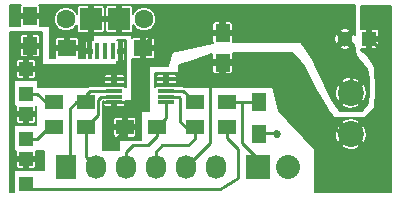
<source format=gtl>
G04 #@! TF.FileFunction,Copper,L1,Top,Signal*
%FSLAX46Y46*%
G04 Gerber Fmt 4.6, Leading zero omitted, Abs format (unit mm)*
G04 Created by KiCad (PCBNEW (2015-01-16 BZR 5376)-product) date 4/3/2015 6:07:08 PM*
%MOMM*%
G01*
G04 APERTURE LIST*
%ADD10C,0.100000*%
%ADD11R,1.300000X1.300000*%
%ADD12C,1.300000*%
%ADD13R,1.250000X1.500000*%
%ADD14R,1.198880X1.198880*%
%ADD15R,1.727200X2.032000*%
%ADD16O,1.727200X2.032000*%
%ADD17R,1.500000X1.300000*%
%ADD18R,1.300000X1.500000*%
%ADD19R,0.400000X1.350000*%
%ADD20C,1.600000*%
%ADD21R,1.600000X1.400000*%
%ADD22R,1.900000X1.900000*%
%ADD23R,2.032000X2.032000*%
%ADD24O,2.032000X2.032000*%
%ADD25C,2.200000*%
%ADD26R,1.400000X0.300000*%
%ADD27C,0.685800*%
%ADD28C,0.254000*%
%ADD29C,0.152400*%
G04 APERTURE END LIST*
D10*
D11*
X200609200Y-96139000D03*
D12*
X198609200Y-96139000D03*
D13*
X171932600Y-96703200D03*
X171932600Y-94203200D03*
X188239400Y-98125600D03*
X188239400Y-95625600D03*
D14*
X171602400Y-106291380D03*
X171602400Y-108389420D03*
X171602400Y-102481380D03*
X171602400Y-104579420D03*
X171602400Y-98671380D03*
X171602400Y-100769420D03*
D15*
X174955200Y-107000000D03*
D16*
X177495200Y-107000000D03*
X180035200Y-107000000D03*
X182575200Y-107000000D03*
X185115200Y-107000000D03*
X187655200Y-107000000D03*
D17*
X188573400Y-103606600D03*
X185873400Y-103606600D03*
X173935400Y-103606600D03*
X176635400Y-103606600D03*
X176635400Y-101498400D03*
X173935400Y-101498400D03*
X182655200Y-103606600D03*
X179955200Y-103606600D03*
X188573400Y-101498400D03*
X185873400Y-101498400D03*
D18*
X191287400Y-101469200D03*
X191287400Y-104169200D03*
D19*
X178282600Y-97137600D03*
X177632600Y-97137600D03*
X176982600Y-97137600D03*
X178932600Y-97129600D03*
X179582600Y-97137600D03*
D20*
X174982600Y-94462600D03*
X181582600Y-94462600D03*
D21*
X181482600Y-96912600D03*
X175082600Y-96912600D03*
D22*
X179482600Y-94462600D03*
X177082600Y-94462600D03*
D23*
X191211200Y-107010200D03*
D24*
X193751200Y-107010200D03*
D25*
X199085200Y-104190800D03*
X199085200Y-100690800D03*
D26*
X179079800Y-99507800D03*
X179079800Y-100007800D03*
X179079800Y-100507800D03*
X179079800Y-101007800D03*
X179079800Y-101507800D03*
X183479800Y-101507800D03*
X183479800Y-101007800D03*
X183479800Y-100507800D03*
X183479800Y-100007800D03*
X183479800Y-99507800D03*
D27*
X182600600Y-95529400D03*
X173482000Y-94208600D03*
X178790600Y-105003600D03*
X178714400Y-102336600D03*
X180441600Y-102209600D03*
X181356000Y-101168200D03*
X181356000Y-99695000D03*
X181356000Y-98298000D03*
X184861200Y-94970600D03*
X191693800Y-95529400D03*
X193675000Y-94157800D03*
X191643000Y-94183200D03*
X186690000Y-94030800D03*
X195580000Y-94132400D03*
X195554600Y-95529400D03*
X193675000Y-95529400D03*
X192811400Y-104216200D03*
X198526400Y-98171000D03*
X198069200Y-94234000D03*
X193090800Y-98602800D03*
X191439800Y-98323400D03*
X186537600Y-98602800D03*
X185191400Y-99517200D03*
X194183000Y-99974400D03*
X201777600Y-97129600D03*
X201930000Y-98958400D03*
X201879200Y-101092000D03*
X201803000Y-103047800D03*
X201752200Y-105156000D03*
X195427600Y-101142800D03*
X195656200Y-102819200D03*
X196723000Y-104190800D03*
X170713400Y-96723200D03*
X179628800Y-98602800D03*
X177673000Y-99288600D03*
X175615600Y-99288600D03*
X173532800Y-99288600D03*
X172796200Y-106273600D03*
D28*
X188239400Y-95625600D02*
X190175200Y-95625600D01*
X190182500Y-95618300D02*
X190195200Y-95605600D01*
X190175200Y-95625600D02*
X190182500Y-95618300D01*
X171932600Y-94203200D02*
X173476600Y-94203200D01*
X182600600Y-95529400D02*
X181482600Y-96647400D01*
X173476600Y-94203200D02*
X173482000Y-94208600D01*
X181482600Y-96647400D02*
X181482600Y-96912600D01*
X179955200Y-103606600D02*
X179955200Y-103839000D01*
X179955200Y-103839000D02*
X178790600Y-105003600D01*
X178714400Y-102336600D02*
X178841400Y-102209600D01*
X178841400Y-102209600D02*
X180441600Y-102209600D01*
X181356000Y-101168200D02*
X181356000Y-99695000D01*
X181356000Y-98298000D02*
X181482600Y-98171400D01*
X181482600Y-98171400D02*
X181482600Y-96912600D01*
X181482600Y-96912600D02*
X182893800Y-96912600D01*
X183438800Y-96367600D02*
X182893800Y-96912600D01*
X183464200Y-96367600D02*
X184861200Y-94970600D01*
X183438800Y-96367600D02*
X183464200Y-96367600D01*
X191604900Y-95618300D02*
X190182500Y-95618300D01*
X191604900Y-95618300D02*
X191693800Y-95529400D01*
X193675000Y-94157800D02*
X193700400Y-94132400D01*
X193700400Y-94132400D02*
X195580000Y-94132400D01*
X191643000Y-94183200D02*
X191490600Y-94030800D01*
X191490600Y-94030800D02*
X186690000Y-94030800D01*
X193675000Y-95529400D02*
X195554600Y-95529400D01*
X192688200Y-104093000D02*
X192811400Y-104216200D01*
X191617600Y-104067600D02*
X192688200Y-104093000D01*
X199085200Y-98729800D02*
X198526400Y-98171000D01*
X199085200Y-100690800D02*
X199085200Y-98729800D01*
X198069200Y-94234000D02*
X197967600Y-94132400D01*
X197967600Y-94132400D02*
X195580000Y-94132400D01*
X188239400Y-98125600D02*
X191242000Y-98125600D01*
X191242000Y-98125600D02*
X191439800Y-98323400D01*
X193141600Y-98653600D02*
X193090800Y-98602800D01*
X194208400Y-99949000D02*
X194183000Y-99974400D01*
X193090800Y-98602800D02*
X194208400Y-99949000D01*
X183479800Y-99507800D02*
X185182000Y-99507800D01*
X187014800Y-98125600D02*
X188239400Y-98125600D01*
X186537600Y-98602800D02*
X187014800Y-98125600D01*
X185182000Y-99507800D02*
X185191400Y-99517200D01*
X185115200Y-107000000D02*
X185176200Y-107000000D01*
X185176200Y-107000000D02*
X187198000Y-104978200D01*
X187198000Y-104978200D02*
X187198000Y-99745800D01*
X201777600Y-97129600D02*
X201015600Y-96367600D01*
X201930000Y-98958400D02*
X201879200Y-99009200D01*
X201879200Y-99009200D02*
X201879200Y-101092000D01*
X201803000Y-103047800D02*
X201752200Y-103098600D01*
X201752200Y-103098600D02*
X201752200Y-105156000D01*
X196723000Y-104190800D02*
X197866000Y-103733600D01*
X195427600Y-101142800D02*
X195529200Y-101244400D01*
X195529200Y-101244400D02*
X195656200Y-102819200D01*
X199161400Y-105029000D02*
X197866000Y-103733600D01*
X188573400Y-104474000D02*
X188573400Y-103606600D01*
X189560200Y-105460800D02*
X188573400Y-104474000D01*
X189560200Y-107899200D02*
X189560200Y-105460800D01*
X187985400Y-108813600D02*
X189560200Y-107899200D01*
X171983400Y-108813600D02*
X187985400Y-108813600D01*
X173935400Y-103606600D02*
X173935400Y-103915200D01*
X172534580Y-104579420D02*
X171602400Y-104579420D01*
X173507400Y-103606600D02*
X172534580Y-104579420D01*
X173935400Y-103606600D02*
X173507400Y-103606600D01*
X172549820Y-100769420D02*
X171602400Y-100769420D01*
X173278800Y-101498400D02*
X172549820Y-100769420D01*
X173935400Y-101498400D02*
X173278800Y-101498400D01*
X179079800Y-100507800D02*
X176987200Y-100507800D01*
X176987200Y-100507800D02*
X176635400Y-100859600D01*
X176635400Y-100859600D02*
X176635400Y-101498400D01*
X176635400Y-101498400D02*
X175869600Y-101498400D01*
X175336200Y-102031800D02*
X175336200Y-106619000D01*
X175869600Y-101498400D02*
X175336200Y-102031800D01*
X175336200Y-106619000D02*
X174955200Y-107000000D01*
X179079800Y-101007800D02*
X177960400Y-101007800D01*
X177698400Y-102543600D02*
X176635400Y-103606600D01*
X177698400Y-101269800D02*
X177698400Y-102543600D01*
X177960400Y-101007800D02*
X177698400Y-101269800D01*
X176635400Y-103606600D02*
X176635400Y-106140200D01*
X176635400Y-106140200D02*
X177495200Y-107000000D01*
X185873400Y-103606600D02*
X185873400Y-104575600D01*
X182575200Y-105664000D02*
X182575200Y-107000000D01*
X183108600Y-105130600D02*
X182575200Y-105664000D01*
X185318400Y-105130600D02*
X183108600Y-105130600D01*
X185873400Y-104575600D02*
X185318400Y-105130600D01*
X183479800Y-101007800D02*
X184573800Y-101007800D01*
X185115200Y-103606600D02*
X185873400Y-103606600D01*
X184658000Y-103149400D02*
X185115200Y-103606600D01*
X184658000Y-101092000D02*
X184658000Y-103149400D01*
X184573800Y-101007800D02*
X184658000Y-101092000D01*
X182655200Y-106920000D02*
X182575200Y-107000000D01*
X182655200Y-103606600D02*
X182655200Y-104364800D01*
X180035200Y-105714800D02*
X180035200Y-107000000D01*
X180619400Y-105130600D02*
X180035200Y-105714800D01*
X181889400Y-105130600D02*
X180619400Y-105130600D01*
X182655200Y-104364800D02*
X181889400Y-105130600D01*
X183479800Y-101507800D02*
X183479800Y-102782000D01*
X183479800Y-102782000D02*
X182655200Y-103606600D01*
X182575200Y-103635800D02*
X182655200Y-103555800D01*
X191486800Y-101498400D02*
X191617600Y-101367600D01*
X189890400Y-101498400D02*
X191486800Y-101498400D01*
X188573400Y-101498400D02*
X189890400Y-101498400D01*
X189890400Y-104978200D02*
X189890400Y-101498400D01*
X191211200Y-106299000D02*
X189890400Y-104978200D01*
X191211200Y-107010200D02*
X191211200Y-106299000D01*
X170733400Y-96703200D02*
X171932600Y-96703200D01*
X170713400Y-96723200D02*
X170733400Y-96703200D01*
X179582600Y-98556600D02*
X179628800Y-98602800D01*
X177673000Y-99288600D02*
X175615600Y-99288600D01*
X173532800Y-99288600D02*
X172915580Y-98671380D01*
X172915580Y-98671380D02*
X171602400Y-98671380D01*
X179582600Y-97137600D02*
X179582600Y-98556600D01*
X172778420Y-106291380D02*
X172796200Y-106273600D01*
X171602400Y-106291380D02*
X172778420Y-106291380D01*
X183479800Y-100507800D02*
X184882800Y-100507800D01*
X184882800Y-100507800D02*
X185873400Y-101498400D01*
D29*
G36*
X180035200Y-100177600D02*
X180011200Y-100177600D01*
X180011200Y-97858072D01*
X180011200Y-97767129D01*
X180011200Y-97372550D01*
X180011200Y-96902650D01*
X180011200Y-96508071D01*
X180011200Y-96417128D01*
X179976397Y-96333108D01*
X179912091Y-96268802D01*
X179828071Y-96234000D01*
X179739750Y-96234000D01*
X179682600Y-96291150D01*
X179682600Y-96959800D01*
X179954050Y-96959800D01*
X180011200Y-96902650D01*
X180011200Y-97372550D01*
X179954050Y-97315400D01*
X179682600Y-97315400D01*
X179682600Y-97984050D01*
X179739750Y-98041200D01*
X179828071Y-98041200D01*
X179912091Y-98006398D01*
X179976397Y-97942092D01*
X180011200Y-97858072D01*
X180011200Y-100177600D01*
X180008400Y-100177600D01*
X180008400Y-100139950D01*
X180008400Y-99875650D01*
X180008400Y-99812328D01*
X179985813Y-99757800D01*
X180008400Y-99703272D01*
X180008400Y-99639950D01*
X180008400Y-99375650D01*
X180008400Y-99312328D01*
X179973597Y-99228308D01*
X179909291Y-99164002D01*
X179825271Y-99129200D01*
X179314750Y-99129200D01*
X179257600Y-99186350D01*
X179257600Y-99432800D01*
X179951250Y-99432800D01*
X180008400Y-99375650D01*
X180008400Y-99639950D01*
X179951250Y-99582800D01*
X179257600Y-99582800D01*
X179257600Y-99686350D01*
X179257600Y-99829250D01*
X179257600Y-99932800D01*
X179951250Y-99932800D01*
X180008400Y-99875650D01*
X180008400Y-100139950D01*
X179951250Y-100082800D01*
X179257600Y-100082800D01*
X179257600Y-100124721D01*
X178902000Y-100124721D01*
X178902000Y-100082800D01*
X178902000Y-99932800D01*
X178902000Y-99829250D01*
X178902000Y-99686350D01*
X178902000Y-99582800D01*
X178902000Y-99432800D01*
X178902000Y-99186350D01*
X178844850Y-99129200D01*
X178334329Y-99129200D01*
X178250309Y-99164002D01*
X178186003Y-99228308D01*
X178151200Y-99312328D01*
X178151200Y-99375650D01*
X178208350Y-99432800D01*
X178902000Y-99432800D01*
X178902000Y-99582800D01*
X178208350Y-99582800D01*
X178151200Y-99639950D01*
X178151200Y-99703272D01*
X178173786Y-99757800D01*
X178151200Y-99812328D01*
X178151200Y-99875650D01*
X178208350Y-99932800D01*
X178902000Y-99932800D01*
X178902000Y-100082800D01*
X178208350Y-100082800D01*
X178151200Y-100139950D01*
X178151200Y-100152200D01*
X176987200Y-100152200D01*
X176859503Y-100177600D01*
X175564800Y-100177600D01*
X172786200Y-100177600D01*
X172786200Y-97498671D01*
X172786200Y-96938150D01*
X172786200Y-96468250D01*
X172786200Y-95907729D01*
X172751398Y-95823709D01*
X172687092Y-95759403D01*
X172603072Y-95724600D01*
X172512129Y-95724600D01*
X172167550Y-95724600D01*
X172110400Y-95781750D01*
X172110400Y-96525400D01*
X172729050Y-96525400D01*
X172786200Y-96468250D01*
X172786200Y-96938150D01*
X172729050Y-96881000D01*
X172110400Y-96881000D01*
X172110400Y-97624650D01*
X172167550Y-97681800D01*
X172512129Y-97681800D01*
X172603072Y-97681800D01*
X172687092Y-97646997D01*
X172751398Y-97582691D01*
X172786200Y-97498671D01*
X172786200Y-100177600D01*
X172618400Y-100177600D01*
X172618400Y-99618800D01*
X172430440Y-99618800D01*
X172430440Y-99316291D01*
X172430440Y-98906330D01*
X172430440Y-98436430D01*
X172430440Y-98026469D01*
X172395638Y-97942449D01*
X172331332Y-97878143D01*
X172247312Y-97843340D01*
X172156369Y-97843340D01*
X171837350Y-97843340D01*
X171780200Y-97900490D01*
X171780200Y-98493580D01*
X172373290Y-98493580D01*
X172430440Y-98436430D01*
X172430440Y-98906330D01*
X172373290Y-98849180D01*
X171780200Y-98849180D01*
X171780200Y-99442270D01*
X171837350Y-99499420D01*
X172156369Y-99499420D01*
X172247312Y-99499420D01*
X172331332Y-99464617D01*
X172395638Y-99400311D01*
X172430440Y-99316291D01*
X172430440Y-99618800D01*
X171754800Y-99618800D01*
X171754800Y-97624650D01*
X171754800Y-96881000D01*
X171754800Y-96525400D01*
X171754800Y-95781750D01*
X171697650Y-95724600D01*
X171353071Y-95724600D01*
X171262128Y-95724600D01*
X171178108Y-95759403D01*
X171113802Y-95823709D01*
X171079000Y-95907729D01*
X171079000Y-96468250D01*
X171136150Y-96525400D01*
X171754800Y-96525400D01*
X171754800Y-96881000D01*
X171136150Y-96881000D01*
X171079000Y-96938150D01*
X171079000Y-97498671D01*
X171113802Y-97582691D01*
X171178108Y-97646997D01*
X171262128Y-97681800D01*
X171353071Y-97681800D01*
X171697650Y-97681800D01*
X171754800Y-97624650D01*
X171754800Y-99618800D01*
X171424600Y-99618800D01*
X171424600Y-99442270D01*
X171424600Y-98849180D01*
X171424600Y-98493580D01*
X171424600Y-97900490D01*
X171367450Y-97843340D01*
X171048431Y-97843340D01*
X170957488Y-97843340D01*
X170873468Y-97878143D01*
X170809162Y-97942449D01*
X170774360Y-98026469D01*
X170774360Y-98436430D01*
X170831510Y-98493580D01*
X171424600Y-98493580D01*
X171424600Y-98849180D01*
X170831510Y-98849180D01*
X170774360Y-98906330D01*
X170774360Y-99316291D01*
X170809162Y-99400311D01*
X170873468Y-99464617D01*
X170957488Y-99499420D01*
X171048431Y-99499420D01*
X171367450Y-99499420D01*
X171424600Y-99442270D01*
X171424600Y-99618800D01*
X170561000Y-99618800D01*
X170561000Y-100406200D01*
X170561000Y-101803200D01*
X170788140Y-101803200D01*
X170774360Y-101836469D01*
X170774360Y-102246430D01*
X170831510Y-102303580D01*
X171424600Y-102303580D01*
X171424600Y-102283580D01*
X171780200Y-102283580D01*
X171780200Y-102303580D01*
X172373290Y-102303580D01*
X172430440Y-102246430D01*
X172430440Y-101836469D01*
X172416659Y-101803200D01*
X172466000Y-101803200D01*
X172466000Y-103378000D01*
X172430440Y-103378000D01*
X172430440Y-103126291D01*
X172430440Y-102716330D01*
X172373290Y-102659180D01*
X171780200Y-102659180D01*
X171780200Y-103252270D01*
X171837350Y-103309420D01*
X172156369Y-103309420D01*
X172247312Y-103309420D01*
X172331332Y-103274617D01*
X172395638Y-103210311D01*
X172430440Y-103126291D01*
X172430440Y-103378000D01*
X171424600Y-103378000D01*
X171424600Y-103252270D01*
X171424600Y-102659180D01*
X170831510Y-102659180D01*
X170774360Y-102716330D01*
X170774360Y-103126291D01*
X170809162Y-103210311D01*
X170873468Y-103274617D01*
X170957488Y-103309420D01*
X171048431Y-103309420D01*
X171367450Y-103309420D01*
X171424600Y-103252270D01*
X171424600Y-103378000D01*
X170561000Y-103378000D01*
X170561000Y-105613200D01*
X170788140Y-105613200D01*
X170774360Y-105646469D01*
X170774360Y-106056430D01*
X170831510Y-106113580D01*
X171424600Y-106113580D01*
X171424600Y-106093580D01*
X171780200Y-106093580D01*
X171780200Y-106113580D01*
X172373290Y-106113580D01*
X172430440Y-106056430D01*
X172430440Y-105646469D01*
X172416659Y-105613200D01*
X173101000Y-105613200D01*
X173101000Y-107213400D01*
X172430440Y-107213400D01*
X172430440Y-106936291D01*
X172430440Y-106526330D01*
X172373290Y-106469180D01*
X171780200Y-106469180D01*
X171780200Y-107062270D01*
X171837350Y-107119420D01*
X172156369Y-107119420D01*
X172247312Y-107119420D01*
X172331332Y-107084617D01*
X172395638Y-107020311D01*
X172430440Y-106936291D01*
X172430440Y-107213400D01*
X171424600Y-107213400D01*
X171424600Y-107062270D01*
X171424600Y-106469180D01*
X170831510Y-106469180D01*
X170774360Y-106526330D01*
X170774360Y-106936291D01*
X170809162Y-107020311D01*
X170873468Y-107084617D01*
X170957488Y-107119420D01*
X171048431Y-107119420D01*
X171367450Y-107119420D01*
X171424600Y-107062270D01*
X171424600Y-107213400D01*
X170586400Y-107213400D01*
X170586400Y-109118400D01*
X170281600Y-109118400D01*
X170281600Y-105283000D01*
X170281600Y-95504000D01*
X171348400Y-95504000D01*
X172974000Y-95504000D01*
X172974000Y-98349598D01*
X175488997Y-98323400D01*
X179324000Y-98323400D01*
X179324000Y-98035761D01*
X179337129Y-98041200D01*
X179425450Y-98041200D01*
X179482600Y-97984050D01*
X179482600Y-97315400D01*
X179384800Y-97315400D01*
X179384800Y-96959800D01*
X179482600Y-96959800D01*
X179482600Y-96291150D01*
X179425450Y-96234000D01*
X179337129Y-96234000D01*
X179324000Y-96239438D01*
X179324000Y-96189800D01*
X180035200Y-96189800D01*
X180035200Y-100177600D01*
X180035200Y-100177600D01*
G37*
X180035200Y-100177600D02*
X180011200Y-100177600D01*
X180011200Y-97858072D01*
X180011200Y-97767129D01*
X180011200Y-97372550D01*
X180011200Y-96902650D01*
X180011200Y-96508071D01*
X180011200Y-96417128D01*
X179976397Y-96333108D01*
X179912091Y-96268802D01*
X179828071Y-96234000D01*
X179739750Y-96234000D01*
X179682600Y-96291150D01*
X179682600Y-96959800D01*
X179954050Y-96959800D01*
X180011200Y-96902650D01*
X180011200Y-97372550D01*
X179954050Y-97315400D01*
X179682600Y-97315400D01*
X179682600Y-97984050D01*
X179739750Y-98041200D01*
X179828071Y-98041200D01*
X179912091Y-98006398D01*
X179976397Y-97942092D01*
X180011200Y-97858072D01*
X180011200Y-100177600D01*
X180008400Y-100177600D01*
X180008400Y-100139950D01*
X180008400Y-99875650D01*
X180008400Y-99812328D01*
X179985813Y-99757800D01*
X180008400Y-99703272D01*
X180008400Y-99639950D01*
X180008400Y-99375650D01*
X180008400Y-99312328D01*
X179973597Y-99228308D01*
X179909291Y-99164002D01*
X179825271Y-99129200D01*
X179314750Y-99129200D01*
X179257600Y-99186350D01*
X179257600Y-99432800D01*
X179951250Y-99432800D01*
X180008400Y-99375650D01*
X180008400Y-99639950D01*
X179951250Y-99582800D01*
X179257600Y-99582800D01*
X179257600Y-99686350D01*
X179257600Y-99829250D01*
X179257600Y-99932800D01*
X179951250Y-99932800D01*
X180008400Y-99875650D01*
X180008400Y-100139950D01*
X179951250Y-100082800D01*
X179257600Y-100082800D01*
X179257600Y-100124721D01*
X178902000Y-100124721D01*
X178902000Y-100082800D01*
X178902000Y-99932800D01*
X178902000Y-99829250D01*
X178902000Y-99686350D01*
X178902000Y-99582800D01*
X178902000Y-99432800D01*
X178902000Y-99186350D01*
X178844850Y-99129200D01*
X178334329Y-99129200D01*
X178250309Y-99164002D01*
X178186003Y-99228308D01*
X178151200Y-99312328D01*
X178151200Y-99375650D01*
X178208350Y-99432800D01*
X178902000Y-99432800D01*
X178902000Y-99582800D01*
X178208350Y-99582800D01*
X178151200Y-99639950D01*
X178151200Y-99703272D01*
X178173786Y-99757800D01*
X178151200Y-99812328D01*
X178151200Y-99875650D01*
X178208350Y-99932800D01*
X178902000Y-99932800D01*
X178902000Y-100082800D01*
X178208350Y-100082800D01*
X178151200Y-100139950D01*
X178151200Y-100152200D01*
X176987200Y-100152200D01*
X176859503Y-100177600D01*
X175564800Y-100177600D01*
X172786200Y-100177600D01*
X172786200Y-97498671D01*
X172786200Y-96938150D01*
X172786200Y-96468250D01*
X172786200Y-95907729D01*
X172751398Y-95823709D01*
X172687092Y-95759403D01*
X172603072Y-95724600D01*
X172512129Y-95724600D01*
X172167550Y-95724600D01*
X172110400Y-95781750D01*
X172110400Y-96525400D01*
X172729050Y-96525400D01*
X172786200Y-96468250D01*
X172786200Y-96938150D01*
X172729050Y-96881000D01*
X172110400Y-96881000D01*
X172110400Y-97624650D01*
X172167550Y-97681800D01*
X172512129Y-97681800D01*
X172603072Y-97681800D01*
X172687092Y-97646997D01*
X172751398Y-97582691D01*
X172786200Y-97498671D01*
X172786200Y-100177600D01*
X172618400Y-100177600D01*
X172618400Y-99618800D01*
X172430440Y-99618800D01*
X172430440Y-99316291D01*
X172430440Y-98906330D01*
X172430440Y-98436430D01*
X172430440Y-98026469D01*
X172395638Y-97942449D01*
X172331332Y-97878143D01*
X172247312Y-97843340D01*
X172156369Y-97843340D01*
X171837350Y-97843340D01*
X171780200Y-97900490D01*
X171780200Y-98493580D01*
X172373290Y-98493580D01*
X172430440Y-98436430D01*
X172430440Y-98906330D01*
X172373290Y-98849180D01*
X171780200Y-98849180D01*
X171780200Y-99442270D01*
X171837350Y-99499420D01*
X172156369Y-99499420D01*
X172247312Y-99499420D01*
X172331332Y-99464617D01*
X172395638Y-99400311D01*
X172430440Y-99316291D01*
X172430440Y-99618800D01*
X171754800Y-99618800D01*
X171754800Y-97624650D01*
X171754800Y-96881000D01*
X171754800Y-96525400D01*
X171754800Y-95781750D01*
X171697650Y-95724600D01*
X171353071Y-95724600D01*
X171262128Y-95724600D01*
X171178108Y-95759403D01*
X171113802Y-95823709D01*
X171079000Y-95907729D01*
X171079000Y-96468250D01*
X171136150Y-96525400D01*
X171754800Y-96525400D01*
X171754800Y-96881000D01*
X171136150Y-96881000D01*
X171079000Y-96938150D01*
X171079000Y-97498671D01*
X171113802Y-97582691D01*
X171178108Y-97646997D01*
X171262128Y-97681800D01*
X171353071Y-97681800D01*
X171697650Y-97681800D01*
X171754800Y-97624650D01*
X171754800Y-99618800D01*
X171424600Y-99618800D01*
X171424600Y-99442270D01*
X171424600Y-98849180D01*
X171424600Y-98493580D01*
X171424600Y-97900490D01*
X171367450Y-97843340D01*
X171048431Y-97843340D01*
X170957488Y-97843340D01*
X170873468Y-97878143D01*
X170809162Y-97942449D01*
X170774360Y-98026469D01*
X170774360Y-98436430D01*
X170831510Y-98493580D01*
X171424600Y-98493580D01*
X171424600Y-98849180D01*
X170831510Y-98849180D01*
X170774360Y-98906330D01*
X170774360Y-99316291D01*
X170809162Y-99400311D01*
X170873468Y-99464617D01*
X170957488Y-99499420D01*
X171048431Y-99499420D01*
X171367450Y-99499420D01*
X171424600Y-99442270D01*
X171424600Y-99618800D01*
X170561000Y-99618800D01*
X170561000Y-100406200D01*
X170561000Y-101803200D01*
X170788140Y-101803200D01*
X170774360Y-101836469D01*
X170774360Y-102246430D01*
X170831510Y-102303580D01*
X171424600Y-102303580D01*
X171424600Y-102283580D01*
X171780200Y-102283580D01*
X171780200Y-102303580D01*
X172373290Y-102303580D01*
X172430440Y-102246430D01*
X172430440Y-101836469D01*
X172416659Y-101803200D01*
X172466000Y-101803200D01*
X172466000Y-103378000D01*
X172430440Y-103378000D01*
X172430440Y-103126291D01*
X172430440Y-102716330D01*
X172373290Y-102659180D01*
X171780200Y-102659180D01*
X171780200Y-103252270D01*
X171837350Y-103309420D01*
X172156369Y-103309420D01*
X172247312Y-103309420D01*
X172331332Y-103274617D01*
X172395638Y-103210311D01*
X172430440Y-103126291D01*
X172430440Y-103378000D01*
X171424600Y-103378000D01*
X171424600Y-103252270D01*
X171424600Y-102659180D01*
X170831510Y-102659180D01*
X170774360Y-102716330D01*
X170774360Y-103126291D01*
X170809162Y-103210311D01*
X170873468Y-103274617D01*
X170957488Y-103309420D01*
X171048431Y-103309420D01*
X171367450Y-103309420D01*
X171424600Y-103252270D01*
X171424600Y-103378000D01*
X170561000Y-103378000D01*
X170561000Y-105613200D01*
X170788140Y-105613200D01*
X170774360Y-105646469D01*
X170774360Y-106056430D01*
X170831510Y-106113580D01*
X171424600Y-106113580D01*
X171424600Y-106093580D01*
X171780200Y-106093580D01*
X171780200Y-106113580D01*
X172373290Y-106113580D01*
X172430440Y-106056430D01*
X172430440Y-105646469D01*
X172416659Y-105613200D01*
X173101000Y-105613200D01*
X173101000Y-107213400D01*
X172430440Y-107213400D01*
X172430440Y-106936291D01*
X172430440Y-106526330D01*
X172373290Y-106469180D01*
X171780200Y-106469180D01*
X171780200Y-107062270D01*
X171837350Y-107119420D01*
X172156369Y-107119420D01*
X172247312Y-107119420D01*
X172331332Y-107084617D01*
X172395638Y-107020311D01*
X172430440Y-106936291D01*
X172430440Y-107213400D01*
X171424600Y-107213400D01*
X171424600Y-107062270D01*
X171424600Y-106469180D01*
X170831510Y-106469180D01*
X170774360Y-106526330D01*
X170774360Y-106936291D01*
X170809162Y-107020311D01*
X170873468Y-107084617D01*
X170957488Y-107119420D01*
X171048431Y-107119420D01*
X171367450Y-107119420D01*
X171424600Y-107062270D01*
X171424600Y-107213400D01*
X170586400Y-107213400D01*
X170586400Y-109118400D01*
X170281600Y-109118400D01*
X170281600Y-105283000D01*
X170281600Y-95504000D01*
X171348400Y-95504000D01*
X172974000Y-95504000D01*
X172974000Y-98349598D01*
X175488997Y-98323400D01*
X179324000Y-98323400D01*
X179324000Y-98035761D01*
X179337129Y-98041200D01*
X179425450Y-98041200D01*
X179482600Y-97984050D01*
X179482600Y-97315400D01*
X179384800Y-97315400D01*
X179384800Y-96959800D01*
X179482600Y-96959800D01*
X179482600Y-96291150D01*
X179425450Y-96234000D01*
X179337129Y-96234000D01*
X179324000Y-96239438D01*
X179324000Y-96189800D01*
X180035200Y-96189800D01*
X180035200Y-100177600D01*
G36*
X202539600Y-109067600D02*
X201487800Y-109067600D01*
X201487800Y-96834471D01*
X201487800Y-96373950D01*
X201487800Y-95904050D01*
X201487800Y-95443529D01*
X201452998Y-95359509D01*
X201388692Y-95295203D01*
X201304672Y-95260400D01*
X201213729Y-95260400D01*
X200844150Y-95260400D01*
X200787000Y-95317550D01*
X200787000Y-95961200D01*
X201430650Y-95961200D01*
X201487800Y-95904050D01*
X201487800Y-96373950D01*
X201430650Y-96316800D01*
X200787000Y-96316800D01*
X200787000Y-96960450D01*
X200844150Y-97017600D01*
X201213729Y-97017600D01*
X201304672Y-97017600D01*
X201388692Y-96982797D01*
X201452998Y-96918491D01*
X201487800Y-96834471D01*
X201487800Y-109067600D01*
X200432512Y-109067600D01*
X200432512Y-104331409D01*
X200383763Y-103805112D01*
X200276145Y-103545300D01*
X200119725Y-103407722D01*
X199868278Y-103659169D01*
X199868278Y-103156275D01*
X199730700Y-102999855D01*
X199225809Y-102843488D01*
X198699512Y-102892237D01*
X198439700Y-102999855D01*
X198302122Y-103156275D01*
X199085200Y-103939353D01*
X199868278Y-103156275D01*
X199868278Y-103659169D01*
X199336647Y-104190800D01*
X200119725Y-104973878D01*
X200276145Y-104836300D01*
X200432512Y-104331409D01*
X200432512Y-109067600D01*
X199868278Y-109067600D01*
X199868278Y-105225325D01*
X199085200Y-104442247D01*
X198833753Y-104693694D01*
X198833753Y-104190800D01*
X198050675Y-103407722D01*
X197894255Y-103545300D01*
X197737888Y-104050191D01*
X197786637Y-104576488D01*
X197894255Y-104836300D01*
X198050675Y-104973878D01*
X198833753Y-104190800D01*
X198833753Y-104693694D01*
X198302122Y-105225325D01*
X198439700Y-105381745D01*
X198944591Y-105538112D01*
X199470888Y-105489363D01*
X199730700Y-105381745D01*
X199868278Y-105225325D01*
X199868278Y-109067600D01*
X196062074Y-109067600D01*
X196036987Y-105449393D01*
X195655396Y-105053126D01*
X193058310Y-102197734D01*
X192540327Y-100177600D01*
X192430400Y-100177600D01*
X190474600Y-100177600D01*
X190093600Y-100177600D01*
X189093000Y-100177600D01*
X189093000Y-98921071D01*
X189093000Y-98360550D01*
X189035850Y-98303400D01*
X188417200Y-98303400D01*
X188417200Y-99047050D01*
X188474350Y-99104200D01*
X188818929Y-99104200D01*
X188909872Y-99104200D01*
X188993892Y-99069397D01*
X189058198Y-99005091D01*
X189093000Y-98921071D01*
X189093000Y-100177600D01*
X188061600Y-100177600D01*
X188061600Y-99047050D01*
X188061600Y-98303400D01*
X187442950Y-98303400D01*
X187385800Y-98360550D01*
X187385800Y-98921071D01*
X187420602Y-99005091D01*
X187484908Y-99069397D01*
X187568928Y-99104200D01*
X187659871Y-99104200D01*
X188004450Y-99104200D01*
X188061600Y-99047050D01*
X188061600Y-100177600D01*
X185010497Y-100177600D01*
X184882800Y-100152200D01*
X184408400Y-100152200D01*
X184408400Y-100139950D01*
X184408400Y-99875650D01*
X184408400Y-99812328D01*
X184385813Y-99757800D01*
X184408400Y-99703272D01*
X184408400Y-99639950D01*
X184408400Y-99375650D01*
X184408400Y-99312328D01*
X184373597Y-99228308D01*
X184309291Y-99164002D01*
X184225271Y-99129200D01*
X183714750Y-99129200D01*
X183657600Y-99186350D01*
X183657600Y-99432800D01*
X184351250Y-99432800D01*
X184408400Y-99375650D01*
X184408400Y-99639950D01*
X184351250Y-99582800D01*
X183657600Y-99582800D01*
X183657600Y-99686350D01*
X183657600Y-99829250D01*
X183657600Y-99932800D01*
X184351250Y-99932800D01*
X184408400Y-99875650D01*
X184408400Y-100139950D01*
X184351250Y-100082800D01*
X183657600Y-100082800D01*
X183657600Y-100124721D01*
X183302000Y-100124721D01*
X183302000Y-100082800D01*
X183302000Y-99932800D01*
X183302000Y-99829250D01*
X183302000Y-99686350D01*
X183302000Y-99582800D01*
X183302000Y-99432800D01*
X183302000Y-99186350D01*
X183244850Y-99129200D01*
X182734329Y-99129200D01*
X182650309Y-99164002D01*
X182586003Y-99228308D01*
X182551200Y-99312328D01*
X182551200Y-99375650D01*
X182608350Y-99432800D01*
X183302000Y-99432800D01*
X183302000Y-99582800D01*
X182608350Y-99582800D01*
X182551200Y-99639950D01*
X182551200Y-99703272D01*
X182573786Y-99757800D01*
X182551200Y-99812328D01*
X182551200Y-99875650D01*
X182608350Y-99932800D01*
X183302000Y-99932800D01*
X183302000Y-100082800D01*
X182608350Y-100082800D01*
X182551200Y-100139950D01*
X182551200Y-100177600D01*
X182549800Y-100177600D01*
X182549800Y-99009200D01*
X184531000Y-99009200D01*
X184531000Y-98355270D01*
X185442909Y-98091297D01*
X187385800Y-97428428D01*
X187385800Y-97890650D01*
X187442950Y-97947800D01*
X188061600Y-97947800D01*
X188061600Y-97927800D01*
X188417200Y-97927800D01*
X188417200Y-97947800D01*
X189035850Y-97947800D01*
X189093000Y-97890650D01*
X189093000Y-97358200D01*
X194124372Y-97358200D01*
X194597709Y-97867948D01*
X195110596Y-98393344D01*
X195467440Y-99118185D01*
X195467910Y-99119124D01*
X195893896Y-99927691D01*
X196173653Y-100458700D01*
X197111481Y-102016937D01*
X197113284Y-102019943D01*
X197700426Y-102819200D01*
X200259057Y-102819200D01*
X201114518Y-101990472D01*
X201244368Y-100458247D01*
X201141495Y-98477952D01*
X200566055Y-97536322D01*
X199974200Y-97043110D01*
X199974200Y-97017600D01*
X200004671Y-97017600D01*
X200374250Y-97017600D01*
X200431400Y-96960450D01*
X200431400Y-96316800D01*
X200411400Y-96316800D01*
X200411400Y-95961200D01*
X200431400Y-95961200D01*
X200431400Y-95317550D01*
X200374250Y-95260400D01*
X200004671Y-95260400D01*
X199974200Y-95260400D01*
X199974200Y-93370400D01*
X202539600Y-93370400D01*
X202539600Y-109067600D01*
X202539600Y-109067600D01*
G37*
X202539600Y-109067600D02*
X201487800Y-109067600D01*
X201487800Y-96834471D01*
X201487800Y-96373950D01*
X201487800Y-95904050D01*
X201487800Y-95443529D01*
X201452998Y-95359509D01*
X201388692Y-95295203D01*
X201304672Y-95260400D01*
X201213729Y-95260400D01*
X200844150Y-95260400D01*
X200787000Y-95317550D01*
X200787000Y-95961200D01*
X201430650Y-95961200D01*
X201487800Y-95904050D01*
X201487800Y-96373950D01*
X201430650Y-96316800D01*
X200787000Y-96316800D01*
X200787000Y-96960450D01*
X200844150Y-97017600D01*
X201213729Y-97017600D01*
X201304672Y-97017600D01*
X201388692Y-96982797D01*
X201452998Y-96918491D01*
X201487800Y-96834471D01*
X201487800Y-109067600D01*
X200432512Y-109067600D01*
X200432512Y-104331409D01*
X200383763Y-103805112D01*
X200276145Y-103545300D01*
X200119725Y-103407722D01*
X199868278Y-103659169D01*
X199868278Y-103156275D01*
X199730700Y-102999855D01*
X199225809Y-102843488D01*
X198699512Y-102892237D01*
X198439700Y-102999855D01*
X198302122Y-103156275D01*
X199085200Y-103939353D01*
X199868278Y-103156275D01*
X199868278Y-103659169D01*
X199336647Y-104190800D01*
X200119725Y-104973878D01*
X200276145Y-104836300D01*
X200432512Y-104331409D01*
X200432512Y-109067600D01*
X199868278Y-109067600D01*
X199868278Y-105225325D01*
X199085200Y-104442247D01*
X198833753Y-104693694D01*
X198833753Y-104190800D01*
X198050675Y-103407722D01*
X197894255Y-103545300D01*
X197737888Y-104050191D01*
X197786637Y-104576488D01*
X197894255Y-104836300D01*
X198050675Y-104973878D01*
X198833753Y-104190800D01*
X198833753Y-104693694D01*
X198302122Y-105225325D01*
X198439700Y-105381745D01*
X198944591Y-105538112D01*
X199470888Y-105489363D01*
X199730700Y-105381745D01*
X199868278Y-105225325D01*
X199868278Y-109067600D01*
X196062074Y-109067600D01*
X196036987Y-105449393D01*
X195655396Y-105053126D01*
X193058310Y-102197734D01*
X192540327Y-100177600D01*
X192430400Y-100177600D01*
X190474600Y-100177600D01*
X190093600Y-100177600D01*
X189093000Y-100177600D01*
X189093000Y-98921071D01*
X189093000Y-98360550D01*
X189035850Y-98303400D01*
X188417200Y-98303400D01*
X188417200Y-99047050D01*
X188474350Y-99104200D01*
X188818929Y-99104200D01*
X188909872Y-99104200D01*
X188993892Y-99069397D01*
X189058198Y-99005091D01*
X189093000Y-98921071D01*
X189093000Y-100177600D01*
X188061600Y-100177600D01*
X188061600Y-99047050D01*
X188061600Y-98303400D01*
X187442950Y-98303400D01*
X187385800Y-98360550D01*
X187385800Y-98921071D01*
X187420602Y-99005091D01*
X187484908Y-99069397D01*
X187568928Y-99104200D01*
X187659871Y-99104200D01*
X188004450Y-99104200D01*
X188061600Y-99047050D01*
X188061600Y-100177600D01*
X185010497Y-100177600D01*
X184882800Y-100152200D01*
X184408400Y-100152200D01*
X184408400Y-100139950D01*
X184408400Y-99875650D01*
X184408400Y-99812328D01*
X184385813Y-99757800D01*
X184408400Y-99703272D01*
X184408400Y-99639950D01*
X184408400Y-99375650D01*
X184408400Y-99312328D01*
X184373597Y-99228308D01*
X184309291Y-99164002D01*
X184225271Y-99129200D01*
X183714750Y-99129200D01*
X183657600Y-99186350D01*
X183657600Y-99432800D01*
X184351250Y-99432800D01*
X184408400Y-99375650D01*
X184408400Y-99639950D01*
X184351250Y-99582800D01*
X183657600Y-99582800D01*
X183657600Y-99686350D01*
X183657600Y-99829250D01*
X183657600Y-99932800D01*
X184351250Y-99932800D01*
X184408400Y-99875650D01*
X184408400Y-100139950D01*
X184351250Y-100082800D01*
X183657600Y-100082800D01*
X183657600Y-100124721D01*
X183302000Y-100124721D01*
X183302000Y-100082800D01*
X183302000Y-99932800D01*
X183302000Y-99829250D01*
X183302000Y-99686350D01*
X183302000Y-99582800D01*
X183302000Y-99432800D01*
X183302000Y-99186350D01*
X183244850Y-99129200D01*
X182734329Y-99129200D01*
X182650309Y-99164002D01*
X182586003Y-99228308D01*
X182551200Y-99312328D01*
X182551200Y-99375650D01*
X182608350Y-99432800D01*
X183302000Y-99432800D01*
X183302000Y-99582800D01*
X182608350Y-99582800D01*
X182551200Y-99639950D01*
X182551200Y-99703272D01*
X182573786Y-99757800D01*
X182551200Y-99812328D01*
X182551200Y-99875650D01*
X182608350Y-99932800D01*
X183302000Y-99932800D01*
X183302000Y-100082800D01*
X182608350Y-100082800D01*
X182551200Y-100139950D01*
X182551200Y-100177600D01*
X182549800Y-100177600D01*
X182549800Y-99009200D01*
X184531000Y-99009200D01*
X184531000Y-98355270D01*
X185442909Y-98091297D01*
X187385800Y-97428428D01*
X187385800Y-97890650D01*
X187442950Y-97947800D01*
X188061600Y-97947800D01*
X188061600Y-97927800D01*
X188417200Y-97927800D01*
X188417200Y-97947800D01*
X189035850Y-97947800D01*
X189093000Y-97890650D01*
X189093000Y-97358200D01*
X194124372Y-97358200D01*
X194597709Y-97867948D01*
X195110596Y-98393344D01*
X195467440Y-99118185D01*
X195467910Y-99119124D01*
X195893896Y-99927691D01*
X196173653Y-100458700D01*
X197111481Y-102016937D01*
X197113284Y-102019943D01*
X197700426Y-102819200D01*
X200259057Y-102819200D01*
X201114518Y-101990472D01*
X201244368Y-100458247D01*
X201141495Y-98477952D01*
X200566055Y-97536322D01*
X199974200Y-97043110D01*
X199974200Y-97017600D01*
X200004671Y-97017600D01*
X200374250Y-97017600D01*
X200431400Y-96960450D01*
X200431400Y-96316800D01*
X200411400Y-96316800D01*
X200411400Y-95961200D01*
X200431400Y-95961200D01*
X200431400Y-95317550D01*
X200374250Y-95260400D01*
X200004671Y-95260400D01*
X199974200Y-95260400D01*
X199974200Y-93370400D01*
X202539600Y-93370400D01*
X202539600Y-109067600D01*
G36*
X200660000Y-100756385D02*
X200561156Y-101448294D01*
X200432512Y-101679852D01*
X200432512Y-100831409D01*
X200383763Y-100305112D01*
X200276145Y-100045300D01*
X200119725Y-99907722D01*
X199868278Y-100159169D01*
X199868278Y-99656275D01*
X199730700Y-99499855D01*
X199225809Y-99343488D01*
X199063020Y-99358566D01*
X199063020Y-96844268D01*
X198609200Y-96390447D01*
X198357753Y-96641894D01*
X198357753Y-96139000D01*
X197903932Y-95685180D01*
X197794382Y-95766773D01*
X197713962Y-96106924D01*
X197769833Y-96451958D01*
X197794382Y-96511227D01*
X197903932Y-96592820D01*
X198357753Y-96139000D01*
X198357753Y-96641894D01*
X198155380Y-96844268D01*
X198236973Y-96953818D01*
X198577124Y-97034238D01*
X198922158Y-96978367D01*
X198981427Y-96953818D01*
X199063020Y-96844268D01*
X199063020Y-99358566D01*
X198699512Y-99392237D01*
X198439700Y-99499855D01*
X198302122Y-99656275D01*
X199085200Y-100439353D01*
X199868278Y-99656275D01*
X199868278Y-100159169D01*
X199336647Y-100690800D01*
X200119725Y-101473878D01*
X200276145Y-101336300D01*
X200432512Y-100831409D01*
X200432512Y-101679852D01*
X200317098Y-101887597D01*
X200039176Y-102235000D01*
X199868278Y-102235000D01*
X199868278Y-101725325D01*
X199085200Y-100942247D01*
X198833753Y-101193694D01*
X198833753Y-100690800D01*
X198050675Y-99907722D01*
X197894255Y-100045300D01*
X197737888Y-100550191D01*
X197786637Y-101076488D01*
X197894255Y-101336300D01*
X198050675Y-101473878D01*
X198833753Y-100690800D01*
X198833753Y-101193694D01*
X198302122Y-101725325D01*
X198439700Y-101881745D01*
X198944591Y-102038112D01*
X199470888Y-101989363D01*
X199730700Y-101881745D01*
X199868278Y-101725325D01*
X199868278Y-102235000D01*
X198208695Y-102235000D01*
X197525004Y-101331551D01*
X195798354Y-97725900D01*
X194857483Y-96393000D01*
X189534305Y-96393000D01*
X189093000Y-96398731D01*
X189093000Y-95860550D01*
X189093000Y-95390650D01*
X189093000Y-94830129D01*
X189058198Y-94746109D01*
X188993892Y-94681803D01*
X188909872Y-94647000D01*
X188818929Y-94647000D01*
X188474350Y-94647000D01*
X188417200Y-94704150D01*
X188417200Y-95447800D01*
X189035850Y-95447800D01*
X189093000Y-95390650D01*
X189093000Y-95860550D01*
X189035850Y-95803400D01*
X188417200Y-95803400D01*
X188417200Y-95823400D01*
X188061600Y-95823400D01*
X188061600Y-95803400D01*
X188061600Y-95447800D01*
X188061600Y-94704150D01*
X188004450Y-94647000D01*
X187659871Y-94647000D01*
X187568928Y-94647000D01*
X187484908Y-94681803D01*
X187420602Y-94746109D01*
X187385800Y-94830129D01*
X187385800Y-95390650D01*
X187442950Y-95447800D01*
X188061600Y-95447800D01*
X188061600Y-95803400D01*
X187442950Y-95803400D01*
X187385800Y-95860550D01*
X187385800Y-96421071D01*
X187401087Y-96457979D01*
X183934430Y-97269325D01*
X183658073Y-98425000D01*
X182611378Y-98425000D01*
X182611378Y-94258897D01*
X182455113Y-93880706D01*
X182166016Y-93591104D01*
X181788099Y-93434179D01*
X181378897Y-93433822D01*
X181000706Y-93590087D01*
X180711104Y-93879184D01*
X180661200Y-93999366D01*
X180661200Y-93558071D01*
X180661200Y-93467128D01*
X180626397Y-93383108D01*
X180562091Y-93318802D01*
X180478071Y-93284000D01*
X179717550Y-93284000D01*
X179660400Y-93341150D01*
X179660400Y-94284800D01*
X179680400Y-94284800D01*
X179680400Y-94640400D01*
X179660400Y-94640400D01*
X179660400Y-95584050D01*
X179717550Y-95641200D01*
X180478071Y-95641200D01*
X180562091Y-95606398D01*
X180626397Y-95542092D01*
X180661200Y-95458072D01*
X180661200Y-95367129D01*
X180661200Y-94926178D01*
X180710087Y-95044494D01*
X180999184Y-95334096D01*
X181377101Y-95491021D01*
X181786303Y-95491378D01*
X182164494Y-95335113D01*
X182454096Y-95046016D01*
X182611021Y-94668099D01*
X182611378Y-94258897D01*
X182611378Y-98425000D01*
X182511200Y-98425000D01*
X182511200Y-97658072D01*
X182511200Y-97567129D01*
X182511200Y-97147550D01*
X182511200Y-96677650D01*
X182511200Y-96258071D01*
X182511200Y-96167128D01*
X182476397Y-96083108D01*
X182412091Y-96018802D01*
X182328071Y-95984000D01*
X181717550Y-95984000D01*
X181660400Y-96041150D01*
X181660400Y-96734800D01*
X182454050Y-96734800D01*
X182511200Y-96677650D01*
X182511200Y-97147550D01*
X182454050Y-97090400D01*
X181660400Y-97090400D01*
X181660400Y-97784050D01*
X181717550Y-97841200D01*
X182328071Y-97841200D01*
X182412091Y-97806398D01*
X182476397Y-97742092D01*
X182511200Y-97658072D01*
X182511200Y-98425000D01*
X181991000Y-98425000D01*
X181991000Y-102203807D01*
X181330600Y-102210351D01*
X181330600Y-104648000D01*
X181076600Y-104648000D01*
X180933800Y-104648000D01*
X180933800Y-104302072D01*
X180933800Y-104211129D01*
X180933800Y-103841550D01*
X180933800Y-103371650D01*
X180933800Y-103002071D01*
X180933800Y-102911128D01*
X180898997Y-102827108D01*
X180834691Y-102762802D01*
X180750671Y-102728000D01*
X180190150Y-102728000D01*
X180133000Y-102785150D01*
X180133000Y-103428800D01*
X180876650Y-103428800D01*
X180933800Y-103371650D01*
X180933800Y-103841550D01*
X180876650Y-103784400D01*
X180133000Y-103784400D01*
X180133000Y-104428050D01*
X180190150Y-104485200D01*
X180750671Y-104485200D01*
X180834691Y-104450398D01*
X180898997Y-104386092D01*
X180933800Y-104302072D01*
X180933800Y-104648000D01*
X180008400Y-104648000D01*
X180008400Y-101703272D01*
X180008400Y-101639950D01*
X179951250Y-101582800D01*
X179257600Y-101582800D01*
X179257600Y-101829250D01*
X179314750Y-101886400D01*
X179825271Y-101886400D01*
X179909291Y-101851598D01*
X179973597Y-101787292D01*
X180008400Y-101703272D01*
X180008400Y-104648000D01*
X179777400Y-104648000D01*
X179777400Y-104428050D01*
X179777400Y-103784400D01*
X179777400Y-103428800D01*
X179777400Y-102785150D01*
X179720250Y-102728000D01*
X179159729Y-102728000D01*
X179075709Y-102762802D01*
X179011403Y-102827108D01*
X178976600Y-102911128D01*
X178976600Y-103002071D01*
X178976600Y-103371650D01*
X179033750Y-103428800D01*
X179777400Y-103428800D01*
X179777400Y-103784400D01*
X179033750Y-103784400D01*
X178976600Y-103841550D01*
X178976600Y-104211129D01*
X178976600Y-104302072D01*
X179011403Y-104386092D01*
X179075709Y-104450398D01*
X179159729Y-104485200D01*
X179720250Y-104485200D01*
X179777400Y-104428050D01*
X179777400Y-104648000D01*
X179451000Y-104648000D01*
X179451000Y-105562400D01*
X178902000Y-105562400D01*
X178902000Y-101829250D01*
X178902000Y-101582800D01*
X178208350Y-101582800D01*
X178151200Y-101639950D01*
X178151200Y-101703272D01*
X178186003Y-101787292D01*
X178250309Y-101851598D01*
X178334329Y-101886400D01*
X178844850Y-101886400D01*
X178902000Y-101829250D01*
X178902000Y-105562400D01*
X178130200Y-105562400D01*
X178130200Y-101422200D01*
X178197750Y-101422200D01*
X178208350Y-101432800D01*
X178902000Y-101432800D01*
X178902000Y-101422200D01*
X179257600Y-101422200D01*
X179257600Y-101432800D01*
X179951250Y-101432800D01*
X179961850Y-101422200D01*
X180568600Y-101422200D01*
X180568600Y-97812814D01*
X180637129Y-97841200D01*
X181247650Y-97841200D01*
X181304800Y-97784050D01*
X181304800Y-97090400D01*
X181284800Y-97090400D01*
X181284800Y-96734800D01*
X181304800Y-96734800D01*
X181304800Y-96041150D01*
X181247650Y-95984000D01*
X180637129Y-95984000D01*
X180568600Y-96012385D01*
X180568600Y-95758000D01*
X179304800Y-95758000D01*
X179304800Y-95584050D01*
X179304800Y-94640400D01*
X179304800Y-94284800D01*
X179304800Y-93341150D01*
X179247650Y-93284000D01*
X178487129Y-93284000D01*
X178403109Y-93318802D01*
X178338803Y-93383108D01*
X178304000Y-93467128D01*
X178304000Y-93558071D01*
X178304000Y-94227650D01*
X178361150Y-94284800D01*
X179304800Y-94284800D01*
X179304800Y-94640400D01*
X178361150Y-94640400D01*
X178304000Y-94697550D01*
X178304000Y-95367129D01*
X178304000Y-95458072D01*
X178338803Y-95542092D01*
X178403109Y-95606398D01*
X178487129Y-95641200D01*
X179247650Y-95641200D01*
X179304800Y-95584050D01*
X179304800Y-95758000D01*
X178261200Y-95758000D01*
X178261200Y-95458072D01*
X178261200Y-95367129D01*
X178261200Y-94697550D01*
X178261200Y-94227650D01*
X178261200Y-93558071D01*
X178261200Y-93467128D01*
X178226397Y-93383108D01*
X178162091Y-93318802D01*
X178078071Y-93284000D01*
X177317550Y-93284000D01*
X177260400Y-93341150D01*
X177260400Y-94284800D01*
X178204050Y-94284800D01*
X178261200Y-94227650D01*
X178261200Y-94697550D01*
X178204050Y-94640400D01*
X177260400Y-94640400D01*
X177260400Y-95584050D01*
X177317550Y-95641200D01*
X178078071Y-95641200D01*
X178162091Y-95606398D01*
X178226397Y-95542092D01*
X178261200Y-95458072D01*
X178261200Y-95758000D01*
X177241200Y-95758000D01*
X177241200Y-96239438D01*
X177228071Y-96234000D01*
X177139750Y-96234000D01*
X177082600Y-96291150D01*
X177082600Y-96959800D01*
X177180400Y-96959800D01*
X177180400Y-97315400D01*
X177082600Y-97315400D01*
X177082600Y-97335400D01*
X176904800Y-97335400D01*
X176904800Y-95584050D01*
X176904800Y-94640400D01*
X176884800Y-94640400D01*
X176884800Y-94284800D01*
X176904800Y-94284800D01*
X176904800Y-93341150D01*
X176847650Y-93284000D01*
X176087129Y-93284000D01*
X176003109Y-93318802D01*
X175938803Y-93383108D01*
X175904000Y-93467128D01*
X175904000Y-93558071D01*
X175904000Y-93999021D01*
X175855113Y-93880706D01*
X175566016Y-93591104D01*
X175188099Y-93434179D01*
X174778897Y-93433822D01*
X174400706Y-93590087D01*
X174111104Y-93879184D01*
X173954179Y-94257101D01*
X173953822Y-94666303D01*
X174110087Y-95044494D01*
X174399184Y-95334096D01*
X174777101Y-95491021D01*
X175186303Y-95491378D01*
X175564494Y-95335113D01*
X175854096Y-95046016D01*
X175904000Y-94925833D01*
X175904000Y-95367129D01*
X175904000Y-95458072D01*
X175938803Y-95542092D01*
X176003109Y-95606398D01*
X176087129Y-95641200D01*
X176847650Y-95641200D01*
X176904800Y-95584050D01*
X176904800Y-97335400D01*
X176882600Y-97335400D01*
X176882600Y-97315400D01*
X176882600Y-96959800D01*
X176882600Y-96291150D01*
X176825450Y-96234000D01*
X176737129Y-96234000D01*
X176653109Y-96268802D01*
X176588803Y-96333108D01*
X176554000Y-96417128D01*
X176554000Y-96508071D01*
X176554000Y-96902650D01*
X176611150Y-96959800D01*
X176882600Y-96959800D01*
X176882600Y-97315400D01*
X176611150Y-97315400D01*
X176554000Y-97372550D01*
X176554000Y-97713800D01*
X176088116Y-97713800D01*
X176111200Y-97658072D01*
X176111200Y-97567129D01*
X176111200Y-97147550D01*
X176111200Y-96677650D01*
X176111200Y-96258071D01*
X176111200Y-96167128D01*
X176076397Y-96083108D01*
X176012091Y-96018802D01*
X175928071Y-95984000D01*
X175317550Y-95984000D01*
X175260400Y-96041150D01*
X175260400Y-96734800D01*
X176054050Y-96734800D01*
X176111200Y-96677650D01*
X176111200Y-97147550D01*
X176054050Y-97090400D01*
X175260400Y-97090400D01*
X175260400Y-97110400D01*
X174904800Y-97110400D01*
X174904800Y-97090400D01*
X174904800Y-96734800D01*
X174904800Y-96041150D01*
X174847650Y-95984000D01*
X174237129Y-95984000D01*
X174153109Y-96018802D01*
X174088803Y-96083108D01*
X174054000Y-96167128D01*
X174054000Y-96258071D01*
X174054000Y-96677650D01*
X174111150Y-96734800D01*
X174904800Y-96734800D01*
X174904800Y-97090400D01*
X174111150Y-97090400D01*
X174054000Y-97147550D01*
X174054000Y-97567129D01*
X174054000Y-97658072D01*
X174077083Y-97713800D01*
X173659800Y-97713800D01*
X173659800Y-95046800D01*
X172766264Y-95046800D01*
X172786200Y-94998671D01*
X172786200Y-94438150D01*
X172729050Y-94381000D01*
X172110400Y-94381000D01*
X172110400Y-94401000D01*
X171754800Y-94401000D01*
X171754800Y-94381000D01*
X171136150Y-94381000D01*
X171079000Y-94438150D01*
X171079000Y-94998671D01*
X171098935Y-95046800D01*
X170281600Y-95046800D01*
X170281600Y-93278600D01*
X171158911Y-93278600D01*
X171113802Y-93323709D01*
X171079000Y-93407729D01*
X171079000Y-93968250D01*
X171136150Y-94025400D01*
X171754800Y-94025400D01*
X171754800Y-94005400D01*
X172110400Y-94005400D01*
X172110400Y-94025400D01*
X172729050Y-94025400D01*
X172786200Y-93968250D01*
X172786200Y-93407729D01*
X172751398Y-93323709D01*
X172706289Y-93278600D01*
X199415400Y-93278600D01*
X199415400Y-95760354D01*
X199314468Y-95685180D01*
X199063020Y-95936627D01*
X199063020Y-95433732D01*
X198981427Y-95324182D01*
X198641276Y-95243762D01*
X198296242Y-95299633D01*
X198236973Y-95324182D01*
X198155380Y-95433732D01*
X198609200Y-95887553D01*
X199063020Y-95433732D01*
X199063020Y-95936627D01*
X198860647Y-96139000D01*
X199314468Y-96592820D01*
X199397998Y-96530606D01*
X199546069Y-97567102D01*
X199939944Y-98066010D01*
X200438642Y-98689382D01*
X200660000Y-99451838D01*
X200660000Y-100756385D01*
X200660000Y-100756385D01*
G37*
X200660000Y-100756385D02*
X200561156Y-101448294D01*
X200432512Y-101679852D01*
X200432512Y-100831409D01*
X200383763Y-100305112D01*
X200276145Y-100045300D01*
X200119725Y-99907722D01*
X199868278Y-100159169D01*
X199868278Y-99656275D01*
X199730700Y-99499855D01*
X199225809Y-99343488D01*
X199063020Y-99358566D01*
X199063020Y-96844268D01*
X198609200Y-96390447D01*
X198357753Y-96641894D01*
X198357753Y-96139000D01*
X197903932Y-95685180D01*
X197794382Y-95766773D01*
X197713962Y-96106924D01*
X197769833Y-96451958D01*
X197794382Y-96511227D01*
X197903932Y-96592820D01*
X198357753Y-96139000D01*
X198357753Y-96641894D01*
X198155380Y-96844268D01*
X198236973Y-96953818D01*
X198577124Y-97034238D01*
X198922158Y-96978367D01*
X198981427Y-96953818D01*
X199063020Y-96844268D01*
X199063020Y-99358566D01*
X198699512Y-99392237D01*
X198439700Y-99499855D01*
X198302122Y-99656275D01*
X199085200Y-100439353D01*
X199868278Y-99656275D01*
X199868278Y-100159169D01*
X199336647Y-100690800D01*
X200119725Y-101473878D01*
X200276145Y-101336300D01*
X200432512Y-100831409D01*
X200432512Y-101679852D01*
X200317098Y-101887597D01*
X200039176Y-102235000D01*
X199868278Y-102235000D01*
X199868278Y-101725325D01*
X199085200Y-100942247D01*
X198833753Y-101193694D01*
X198833753Y-100690800D01*
X198050675Y-99907722D01*
X197894255Y-100045300D01*
X197737888Y-100550191D01*
X197786637Y-101076488D01*
X197894255Y-101336300D01*
X198050675Y-101473878D01*
X198833753Y-100690800D01*
X198833753Y-101193694D01*
X198302122Y-101725325D01*
X198439700Y-101881745D01*
X198944591Y-102038112D01*
X199470888Y-101989363D01*
X199730700Y-101881745D01*
X199868278Y-101725325D01*
X199868278Y-102235000D01*
X198208695Y-102235000D01*
X197525004Y-101331551D01*
X195798354Y-97725900D01*
X194857483Y-96393000D01*
X189534305Y-96393000D01*
X189093000Y-96398731D01*
X189093000Y-95860550D01*
X189093000Y-95390650D01*
X189093000Y-94830129D01*
X189058198Y-94746109D01*
X188993892Y-94681803D01*
X188909872Y-94647000D01*
X188818929Y-94647000D01*
X188474350Y-94647000D01*
X188417200Y-94704150D01*
X188417200Y-95447800D01*
X189035850Y-95447800D01*
X189093000Y-95390650D01*
X189093000Y-95860550D01*
X189035850Y-95803400D01*
X188417200Y-95803400D01*
X188417200Y-95823400D01*
X188061600Y-95823400D01*
X188061600Y-95803400D01*
X188061600Y-95447800D01*
X188061600Y-94704150D01*
X188004450Y-94647000D01*
X187659871Y-94647000D01*
X187568928Y-94647000D01*
X187484908Y-94681803D01*
X187420602Y-94746109D01*
X187385800Y-94830129D01*
X187385800Y-95390650D01*
X187442950Y-95447800D01*
X188061600Y-95447800D01*
X188061600Y-95803400D01*
X187442950Y-95803400D01*
X187385800Y-95860550D01*
X187385800Y-96421071D01*
X187401087Y-96457979D01*
X183934430Y-97269325D01*
X183658073Y-98425000D01*
X182611378Y-98425000D01*
X182611378Y-94258897D01*
X182455113Y-93880706D01*
X182166016Y-93591104D01*
X181788099Y-93434179D01*
X181378897Y-93433822D01*
X181000706Y-93590087D01*
X180711104Y-93879184D01*
X180661200Y-93999366D01*
X180661200Y-93558071D01*
X180661200Y-93467128D01*
X180626397Y-93383108D01*
X180562091Y-93318802D01*
X180478071Y-93284000D01*
X179717550Y-93284000D01*
X179660400Y-93341150D01*
X179660400Y-94284800D01*
X179680400Y-94284800D01*
X179680400Y-94640400D01*
X179660400Y-94640400D01*
X179660400Y-95584050D01*
X179717550Y-95641200D01*
X180478071Y-95641200D01*
X180562091Y-95606398D01*
X180626397Y-95542092D01*
X180661200Y-95458072D01*
X180661200Y-95367129D01*
X180661200Y-94926178D01*
X180710087Y-95044494D01*
X180999184Y-95334096D01*
X181377101Y-95491021D01*
X181786303Y-95491378D01*
X182164494Y-95335113D01*
X182454096Y-95046016D01*
X182611021Y-94668099D01*
X182611378Y-94258897D01*
X182611378Y-98425000D01*
X182511200Y-98425000D01*
X182511200Y-97658072D01*
X182511200Y-97567129D01*
X182511200Y-97147550D01*
X182511200Y-96677650D01*
X182511200Y-96258071D01*
X182511200Y-96167128D01*
X182476397Y-96083108D01*
X182412091Y-96018802D01*
X182328071Y-95984000D01*
X181717550Y-95984000D01*
X181660400Y-96041150D01*
X181660400Y-96734800D01*
X182454050Y-96734800D01*
X182511200Y-96677650D01*
X182511200Y-97147550D01*
X182454050Y-97090400D01*
X181660400Y-97090400D01*
X181660400Y-97784050D01*
X181717550Y-97841200D01*
X182328071Y-97841200D01*
X182412091Y-97806398D01*
X182476397Y-97742092D01*
X182511200Y-97658072D01*
X182511200Y-98425000D01*
X181991000Y-98425000D01*
X181991000Y-102203807D01*
X181330600Y-102210351D01*
X181330600Y-104648000D01*
X181076600Y-104648000D01*
X180933800Y-104648000D01*
X180933800Y-104302072D01*
X180933800Y-104211129D01*
X180933800Y-103841550D01*
X180933800Y-103371650D01*
X180933800Y-103002071D01*
X180933800Y-102911128D01*
X180898997Y-102827108D01*
X180834691Y-102762802D01*
X180750671Y-102728000D01*
X180190150Y-102728000D01*
X180133000Y-102785150D01*
X180133000Y-103428800D01*
X180876650Y-103428800D01*
X180933800Y-103371650D01*
X180933800Y-103841550D01*
X180876650Y-103784400D01*
X180133000Y-103784400D01*
X180133000Y-104428050D01*
X180190150Y-104485200D01*
X180750671Y-104485200D01*
X180834691Y-104450398D01*
X180898997Y-104386092D01*
X180933800Y-104302072D01*
X180933800Y-104648000D01*
X180008400Y-104648000D01*
X180008400Y-101703272D01*
X180008400Y-101639950D01*
X179951250Y-101582800D01*
X179257600Y-101582800D01*
X179257600Y-101829250D01*
X179314750Y-101886400D01*
X179825271Y-101886400D01*
X179909291Y-101851598D01*
X179973597Y-101787292D01*
X180008400Y-101703272D01*
X180008400Y-104648000D01*
X179777400Y-104648000D01*
X179777400Y-104428050D01*
X179777400Y-103784400D01*
X179777400Y-103428800D01*
X179777400Y-102785150D01*
X179720250Y-102728000D01*
X179159729Y-102728000D01*
X179075709Y-102762802D01*
X179011403Y-102827108D01*
X178976600Y-102911128D01*
X178976600Y-103002071D01*
X178976600Y-103371650D01*
X179033750Y-103428800D01*
X179777400Y-103428800D01*
X179777400Y-103784400D01*
X179033750Y-103784400D01*
X178976600Y-103841550D01*
X178976600Y-104211129D01*
X178976600Y-104302072D01*
X179011403Y-104386092D01*
X179075709Y-104450398D01*
X179159729Y-104485200D01*
X179720250Y-104485200D01*
X179777400Y-104428050D01*
X179777400Y-104648000D01*
X179451000Y-104648000D01*
X179451000Y-105562400D01*
X178902000Y-105562400D01*
X178902000Y-101829250D01*
X178902000Y-101582800D01*
X178208350Y-101582800D01*
X178151200Y-101639950D01*
X178151200Y-101703272D01*
X178186003Y-101787292D01*
X178250309Y-101851598D01*
X178334329Y-101886400D01*
X178844850Y-101886400D01*
X178902000Y-101829250D01*
X178902000Y-105562400D01*
X178130200Y-105562400D01*
X178130200Y-101422200D01*
X178197750Y-101422200D01*
X178208350Y-101432800D01*
X178902000Y-101432800D01*
X178902000Y-101422200D01*
X179257600Y-101422200D01*
X179257600Y-101432800D01*
X179951250Y-101432800D01*
X179961850Y-101422200D01*
X180568600Y-101422200D01*
X180568600Y-97812814D01*
X180637129Y-97841200D01*
X181247650Y-97841200D01*
X181304800Y-97784050D01*
X181304800Y-97090400D01*
X181284800Y-97090400D01*
X181284800Y-96734800D01*
X181304800Y-96734800D01*
X181304800Y-96041150D01*
X181247650Y-95984000D01*
X180637129Y-95984000D01*
X180568600Y-96012385D01*
X180568600Y-95758000D01*
X179304800Y-95758000D01*
X179304800Y-95584050D01*
X179304800Y-94640400D01*
X179304800Y-94284800D01*
X179304800Y-93341150D01*
X179247650Y-93284000D01*
X178487129Y-93284000D01*
X178403109Y-93318802D01*
X178338803Y-93383108D01*
X178304000Y-93467128D01*
X178304000Y-93558071D01*
X178304000Y-94227650D01*
X178361150Y-94284800D01*
X179304800Y-94284800D01*
X179304800Y-94640400D01*
X178361150Y-94640400D01*
X178304000Y-94697550D01*
X178304000Y-95367129D01*
X178304000Y-95458072D01*
X178338803Y-95542092D01*
X178403109Y-95606398D01*
X178487129Y-95641200D01*
X179247650Y-95641200D01*
X179304800Y-95584050D01*
X179304800Y-95758000D01*
X178261200Y-95758000D01*
X178261200Y-95458072D01*
X178261200Y-95367129D01*
X178261200Y-94697550D01*
X178261200Y-94227650D01*
X178261200Y-93558071D01*
X178261200Y-93467128D01*
X178226397Y-93383108D01*
X178162091Y-93318802D01*
X178078071Y-93284000D01*
X177317550Y-93284000D01*
X177260400Y-93341150D01*
X177260400Y-94284800D01*
X178204050Y-94284800D01*
X178261200Y-94227650D01*
X178261200Y-94697550D01*
X178204050Y-94640400D01*
X177260400Y-94640400D01*
X177260400Y-95584050D01*
X177317550Y-95641200D01*
X178078071Y-95641200D01*
X178162091Y-95606398D01*
X178226397Y-95542092D01*
X178261200Y-95458072D01*
X178261200Y-95758000D01*
X177241200Y-95758000D01*
X177241200Y-96239438D01*
X177228071Y-96234000D01*
X177139750Y-96234000D01*
X177082600Y-96291150D01*
X177082600Y-96959800D01*
X177180400Y-96959800D01*
X177180400Y-97315400D01*
X177082600Y-97315400D01*
X177082600Y-97335400D01*
X176904800Y-97335400D01*
X176904800Y-95584050D01*
X176904800Y-94640400D01*
X176884800Y-94640400D01*
X176884800Y-94284800D01*
X176904800Y-94284800D01*
X176904800Y-93341150D01*
X176847650Y-93284000D01*
X176087129Y-93284000D01*
X176003109Y-93318802D01*
X175938803Y-93383108D01*
X175904000Y-93467128D01*
X175904000Y-93558071D01*
X175904000Y-93999021D01*
X175855113Y-93880706D01*
X175566016Y-93591104D01*
X175188099Y-93434179D01*
X174778897Y-93433822D01*
X174400706Y-93590087D01*
X174111104Y-93879184D01*
X173954179Y-94257101D01*
X173953822Y-94666303D01*
X174110087Y-95044494D01*
X174399184Y-95334096D01*
X174777101Y-95491021D01*
X175186303Y-95491378D01*
X175564494Y-95335113D01*
X175854096Y-95046016D01*
X175904000Y-94925833D01*
X175904000Y-95367129D01*
X175904000Y-95458072D01*
X175938803Y-95542092D01*
X176003109Y-95606398D01*
X176087129Y-95641200D01*
X176847650Y-95641200D01*
X176904800Y-95584050D01*
X176904800Y-97335400D01*
X176882600Y-97335400D01*
X176882600Y-97315400D01*
X176882600Y-96959800D01*
X176882600Y-96291150D01*
X176825450Y-96234000D01*
X176737129Y-96234000D01*
X176653109Y-96268802D01*
X176588803Y-96333108D01*
X176554000Y-96417128D01*
X176554000Y-96508071D01*
X176554000Y-96902650D01*
X176611150Y-96959800D01*
X176882600Y-96959800D01*
X176882600Y-97315400D01*
X176611150Y-97315400D01*
X176554000Y-97372550D01*
X176554000Y-97713800D01*
X176088116Y-97713800D01*
X176111200Y-97658072D01*
X176111200Y-97567129D01*
X176111200Y-97147550D01*
X176111200Y-96677650D01*
X176111200Y-96258071D01*
X176111200Y-96167128D01*
X176076397Y-96083108D01*
X176012091Y-96018802D01*
X175928071Y-95984000D01*
X175317550Y-95984000D01*
X175260400Y-96041150D01*
X175260400Y-96734800D01*
X176054050Y-96734800D01*
X176111200Y-96677650D01*
X176111200Y-97147550D01*
X176054050Y-97090400D01*
X175260400Y-97090400D01*
X175260400Y-97110400D01*
X174904800Y-97110400D01*
X174904800Y-97090400D01*
X174904800Y-96734800D01*
X174904800Y-96041150D01*
X174847650Y-95984000D01*
X174237129Y-95984000D01*
X174153109Y-96018802D01*
X174088803Y-96083108D01*
X174054000Y-96167128D01*
X174054000Y-96258071D01*
X174054000Y-96677650D01*
X174111150Y-96734800D01*
X174904800Y-96734800D01*
X174904800Y-97090400D01*
X174111150Y-97090400D01*
X174054000Y-97147550D01*
X174054000Y-97567129D01*
X174054000Y-97658072D01*
X174077083Y-97713800D01*
X173659800Y-97713800D01*
X173659800Y-95046800D01*
X172766264Y-95046800D01*
X172786200Y-94998671D01*
X172786200Y-94438150D01*
X172729050Y-94381000D01*
X172110400Y-94381000D01*
X172110400Y-94401000D01*
X171754800Y-94401000D01*
X171754800Y-94381000D01*
X171136150Y-94381000D01*
X171079000Y-94438150D01*
X171079000Y-94998671D01*
X171098935Y-95046800D01*
X170281600Y-95046800D01*
X170281600Y-93278600D01*
X171158911Y-93278600D01*
X171113802Y-93323709D01*
X171079000Y-93407729D01*
X171079000Y-93968250D01*
X171136150Y-94025400D01*
X171754800Y-94025400D01*
X171754800Y-94005400D01*
X172110400Y-94005400D01*
X172110400Y-94025400D01*
X172729050Y-94025400D01*
X172786200Y-93968250D01*
X172786200Y-93407729D01*
X172751398Y-93323709D01*
X172706289Y-93278600D01*
X199415400Y-93278600D01*
X199415400Y-95760354D01*
X199314468Y-95685180D01*
X199063020Y-95936627D01*
X199063020Y-95433732D01*
X198981427Y-95324182D01*
X198641276Y-95243762D01*
X198296242Y-95299633D01*
X198236973Y-95324182D01*
X198155380Y-95433732D01*
X198609200Y-95887553D01*
X199063020Y-95433732D01*
X199063020Y-95936627D01*
X198860647Y-96139000D01*
X199314468Y-96592820D01*
X199397998Y-96530606D01*
X199546069Y-97567102D01*
X199939944Y-98066010D01*
X200438642Y-98689382D01*
X200660000Y-99451838D01*
X200660000Y-100756385D01*
M02*

</source>
